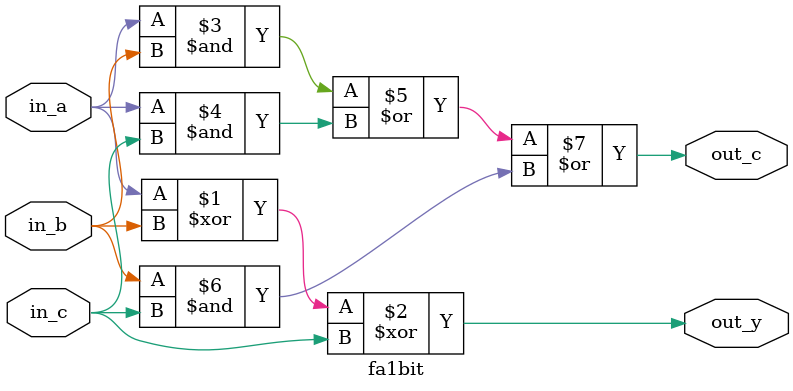
<source format=v>
/*
    4-bit RCA by 4x inst of FA
        unsinged w/ Cout
*/

`timescale 1ns/1ns
`define STEP 10
//`define TEST_ALL -22  // test everything
`define TEST_LAB 22   // test 3+5, 8+7, 15+1, 11+11


module tb();
    reg [3:0] inA;
    reg [3:0] inB;
    reg inC;
    wire [3:0] outY;
    wire outC;

    integer ii;
    integer jj;

    rca4bit DUT (
                    .out_y(outY),
                    .out_c(outC),
                    .in_a(inA),
                    .in_b(inB),
                    .in_c(inC)
            );
    
    initial begin
        `ifdef TEST_LAB
            $dumpfile("wave.vcd");
            $dumpvars(0, tb);
            inC = 1'b0;
            $write("\n test the RCA, Cin = %1b  ,  no carry in\n\n", inC);
            $write(" a     b    cin |  cout   sum\n");
            $write(" ------------------------------\n");

            inA = 4'b0011;
            inB = 4'b0101;
            #`STEP
            disp(inA, inB, inC, outY, outC);

            inA = 4'b1000;
            inB = 4'b0111;
            #`STEP
            disp(inA, inB, inC, outY, outC);

            inA = 4'b1111;
            inB = 4'b0001;
            #`STEP
            disp(inA, inB, inC, outY, outC);

            inA = 4'b1011;
            inB = 4'b1011;
            #`STEP
            disp(inA, inB, inC, outY, outC);
        `endif

        `ifdef TEST_ALL
            inC = 1'b0;
            $write("\n test the RCA, Cin = %1b  ,  no carry in\n\n", inC);
            $write(" a     b    cin |  cout   sum\n");
            $write(" ------------------------------\n");
            for (ii = 0; ii < 16; ii = ii + 1) begin
                inA = ii;
                for (jj = 0; jj < 16; jj = jj + 1) begin
                    inB = jj;
                    #`STEP
                    disp(inA, inB, inC, outY, outC);
                end
                $write(" ------------------------------\n");
            end
        `endif

        #`STEP
        $write("\n\n\t\t ~ ~ ~ TEST COMPLETE ~ ~ ~\n\n");
        $finish;
    end

    task disp;
        input [3:0] regA;
        input [3:0] regB;
        input carIn;
        input [3:0] outp;
        input carOut;

        integer intA;
        integer intB;
        integer intY;
        reg [4:0] throw;
        integer catch;

        begin
            intA = regA;
            intB = regB;
            intY = intA + intB;
            throw = regA + regB + carIn;
            catch = throw;
        
            if (throw[3:0] != outp || 
                throw[4] != carOut || 
                intY != catch       ) begin
                    $write("\n\t!!! ERROR !!!\n");
            end
            else begin
                if (carOut == 1'b0) begin
                    $write(" %4b  %4b  %1b  |   %1b     %4b  ,    %2d + %2d = %2d    no Cout\n",
                        regA, regB, carIn, carOut, outp, intA, intB, intY);
                end
                else begin
                    $write(" %4b  %4b  %1b  |   %1b     %4b  ,    %2d + %2d = %2d    with Cout\n",
                        regA, regB, carIn, carOut, outp, intA, intB, intY);
                end
            end
        end
    endtask

endmodule


////~~~~ ripple carry adder, 4-bit


module rca4bit (
                output [3:0] out_y,
                output out_c,
                input [3:0] in_a,
                input [3:0] in_b,
                input in_c
            );

    wire co_0;
    wire co_1;
    wire co_2;
    
    fa1bit fa_0(out_y[0], co_0   , in_a[0], in_b[0], in_c);
    fa1bit fa_1(out_y[1], co_1   , in_a[1], in_b[1], co_0);
    fa1bit fa_2(out_y[2], co_2   , in_a[2], in_b[2], co_1);
    fa1bit fa_3(out_y[3], out_c  , in_a[3], in_b[3], co_2);
endmodule


////~~~~ full adder, 1-bit


module fa1bit (
                output out_y,
                output out_c,
                input in_a,
                input in_b,
                input in_c
            );

    assign out_y = (in_a ^ in_b) ^ in_c;
    assign out_c = (in_a & in_b) | (in_a & in_c) | (in_b & in_c);
endmodule


////////~~~~~~~~END>  ader.v





</source>
